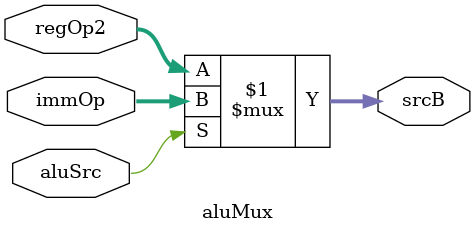
<source format=sv>
module aluMux #(
    parameter DATA_WIDTH = 32
) (
    input   logic [DATA_WIDTH-1:0]  immOp,
    input   logic [DATA_WIDTH-1:0]  regOp2,
    input   logic                   aluSrc,
    output  logic [DATA_WIDTH-1:0]  srcB
);

    assign srcB = aluSrc ? immOp : regOp2;

endmodule

</source>
